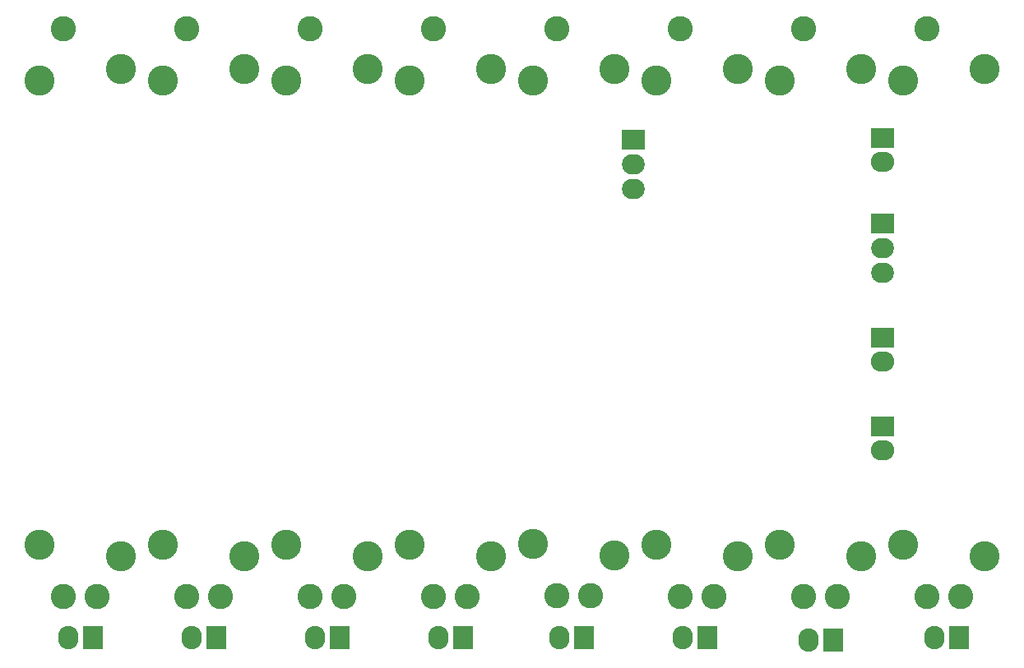
<source format=gts>
G04 #@! TF.GenerationSoftware,KiCad,Pcbnew,(5.0.0)*
G04 #@! TF.CreationDate,2018-07-30T10:59:50+01:00*
G04 #@! TF.ProjectId,Mixer,4D697865722E6B696361645F70636200,rev?*
G04 #@! TF.SameCoordinates,Original*
G04 #@! TF.FileFunction,Soldermask,Top*
G04 #@! TF.FilePolarity,Negative*
%FSLAX46Y46*%
G04 Gerber Fmt 4.6, Leading zero omitted, Abs format (unit mm)*
G04 Created by KiCad (PCBNEW (5.0.0)) date 07/30/18 10:59:50*
%MOMM*%
%LPD*%
G01*
G04 APERTURE LIST*
%ADD10R,2.350000X2.100000*%
%ADD11O,2.350000X2.100000*%
%ADD12O,2.100000X2.400000*%
%ADD13R,2.100000X2.400000*%
%ADD14O,2.400000X2.100000*%
%ADD15R,2.400000X2.100000*%
%ADD16C,3.100000*%
%ADD17C,2.600000*%
G04 APERTURE END LIST*
D10*
G04 #@! TO.C,J12*
X110236000Y-33020000D03*
D11*
X110236000Y-35520000D03*
X110236000Y-38020000D03*
G04 #@! TD*
D10*
G04 #@! TO.C,RV9*
X135890000Y-41656000D03*
D11*
X135890000Y-44156000D03*
X135890000Y-46656000D03*
G04 #@! TD*
D12*
G04 #@! TO.C,J3*
X115356000Y-84328000D03*
D13*
X117856000Y-84328000D03*
G04 #@! TD*
D12*
G04 #@! TO.C,J8*
X52110000Y-84328000D03*
D13*
X54610000Y-84328000D03*
G04 #@! TD*
G04 #@! TO.C,J7*
X67310000Y-84328000D03*
D12*
X64810000Y-84328000D03*
G04 #@! TD*
G04 #@! TO.C,J6*
X77510000Y-84328000D03*
D13*
X80010000Y-84328000D03*
G04 #@! TD*
G04 #@! TO.C,J5*
X92710000Y-84328000D03*
D12*
X90210000Y-84328000D03*
G04 #@! TD*
G04 #@! TO.C,J2*
X128310000Y-84582000D03*
D13*
X130810000Y-84582000D03*
G04 #@! TD*
G04 #@! TO.C,J1*
X143764000Y-84328000D03*
D12*
X141264000Y-84328000D03*
G04 #@! TD*
D14*
G04 #@! TO.C,J11*
X135890000Y-55880000D03*
D15*
X135890000Y-53380000D03*
G04 #@! TD*
G04 #@! TO.C,J10*
X135890000Y-62524000D03*
D14*
X135890000Y-65024000D03*
G04 #@! TD*
D12*
G04 #@! TO.C,J4*
X102656000Y-84328000D03*
D13*
X105156000Y-84328000D03*
G04 #@! TD*
D15*
G04 #@! TO.C,J9*
X135890000Y-32806000D03*
D14*
X135890000Y-35306000D03*
G04 #@! TD*
D16*
G04 #@! TO.C,RV7*
X70240000Y-25700000D03*
X70240000Y-75900000D03*
X61840000Y-26900000D03*
X61840000Y-74700000D03*
D17*
X64290000Y-21550000D03*
X67790000Y-80050000D03*
X64290000Y-80050000D03*
G04 #@! TD*
G04 #@! TO.C,RV8*
X51590000Y-80050000D03*
X55090000Y-80050000D03*
X51590000Y-21550000D03*
D16*
X49140000Y-74700000D03*
X49140000Y-26900000D03*
X57540000Y-75900000D03*
X57540000Y-25700000D03*
G04 #@! TD*
D17*
G04 #@! TO.C,RV1*
X140490000Y-80050000D03*
X143990000Y-80050000D03*
X140490000Y-21550000D03*
D16*
X138040000Y-74700000D03*
X138040000Y-26900000D03*
X146440000Y-75900000D03*
X146440000Y-25700000D03*
G04 #@! TD*
D17*
G04 #@! TO.C,RV2*
X127790000Y-80050000D03*
X131290000Y-80050000D03*
X127790000Y-21550000D03*
D16*
X125340000Y-74700000D03*
X125340000Y-26900000D03*
X133740000Y-75900000D03*
X133740000Y-25700000D03*
G04 #@! TD*
G04 #@! TO.C,RV3*
X121040000Y-25700000D03*
X121040000Y-75900000D03*
X112640000Y-26900000D03*
X112640000Y-74700000D03*
D17*
X115090000Y-21550000D03*
X118590000Y-80050000D03*
X115090000Y-80050000D03*
G04 #@! TD*
G04 #@! TO.C,RV4*
X102362000Y-80010000D03*
X105862000Y-80010000D03*
X102362000Y-21510000D03*
D16*
X99912000Y-74660000D03*
X99912000Y-26860000D03*
X108312000Y-75860000D03*
X108312000Y-25660000D03*
G04 #@! TD*
G04 #@! TO.C,RV5*
X95640000Y-25700000D03*
X95640000Y-75900000D03*
X87240000Y-26900000D03*
X87240000Y-74700000D03*
D17*
X89690000Y-21550000D03*
X93190000Y-80050000D03*
X89690000Y-80050000D03*
G04 #@! TD*
G04 #@! TO.C,RV6*
X76990000Y-80050000D03*
X80490000Y-80050000D03*
X76990000Y-21550000D03*
D16*
X74540000Y-74700000D03*
X74540000Y-26900000D03*
X82940000Y-75900000D03*
X82940000Y-25700000D03*
G04 #@! TD*
M02*

</source>
